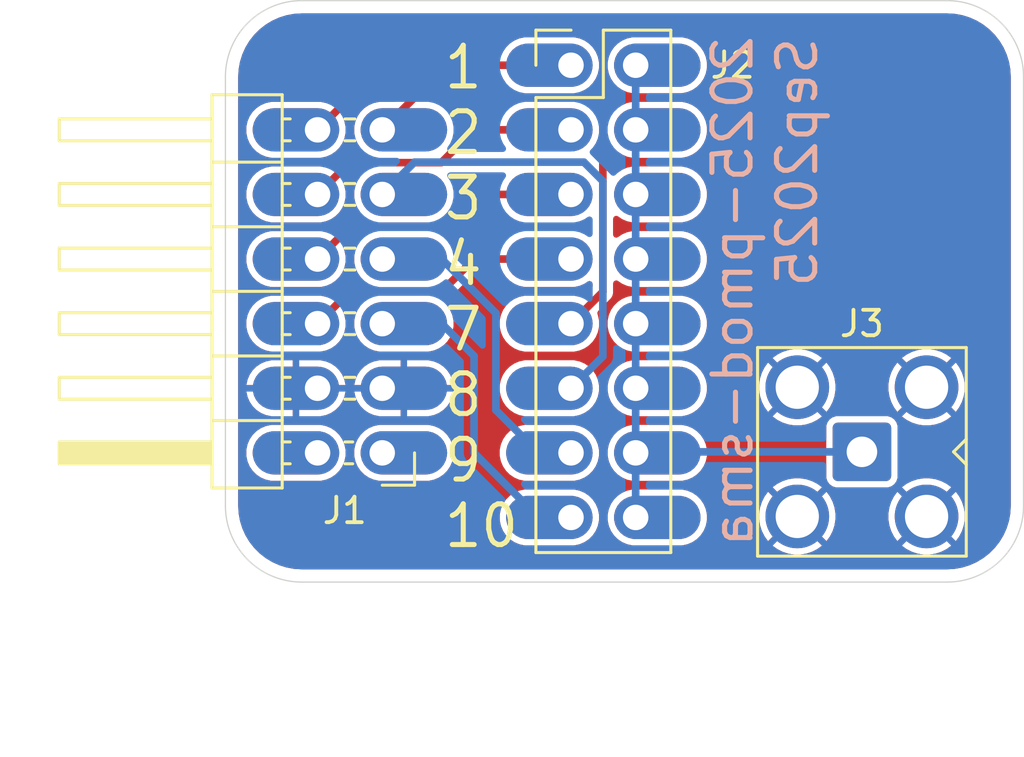
<source format=kicad_pcb>
(kicad_pcb (version 20241229) (generator "pcbnew") (generator_version "9.0")
  (title_block (company "Tom Keddie"))
  (layers (0 "F.Cu" signal) (2 "B.Cu" signal) (13 "F.Paste" user) (15 "B.Paste" user) (5 "F.SilkS" user "F.Silkscreen") (7 "B.SilkS" user "B.Silkscreen") (1 "F.Mask" user) (3 "B.Mask" user) (25 "Edge.Cuts" user))
  (net 0 "")
  (net 1 "/C")
  (net 3 "/B")
  (net 4 "/F")
  (net 5 "/E")
  (net 6 "/H")
  (net 7 "/G")
  (net 8 "/A")
  (net 9 "GND")
  (net 11 "/D")
  (net 12 "Net-(J2-Pin_10)")
  (footprint "lib:PinHeader_2x06_P2.54mm_Horizontal_Top_Bottom" (layer "F.Cu") (at 114.5025 128.27 180)
    (property "Reference" "J1" (at 1.4725 -2.27 0) (layer "F.SilkS"))
    (property "Value" "Conn_02x06_Top_Bottom")
    (fp_line (start 12.69 13.13) (end 6.69 13.13) (stroke (width 0.12)) (layer "F.SilkS"))
    (fp_line (start 12.69 12.27) (end 12.69 13.13) (stroke (width 0.12)) (layer "F.SilkS"))
    (fp_line (start 12.69 10.59) (end 6.69 10.59) (stroke (width 0.12)) (layer "F.SilkS"))
    (fp_line (start 12.69 9.73) (end 12.69 10.59) (stroke (width 0.12)) (layer "F.SilkS"))
    (fp_line (start 12.69 8.05) (end 6.69 8.05) (stroke (width 0.12)) (layer "F.SilkS"))
    (fp_line (start 12.69 7.19) (end 12.69 8.05) (stroke (width 0.12)) (layer "F.SilkS"))
    (fp_line (start 12.69 5.51) (end 6.69 5.51) (stroke (width 0.12)) (layer "F.SilkS"))
    (fp_line (start 12.69 4.65) (end 12.69 5.51) (stroke (width 0.12)) (layer "F.SilkS"))
    (fp_line (start 12.69 2.97) (end 6.69 2.97) (stroke (width 0.12)) (layer "F.SilkS"))
    (fp_line (start 12.69 2.11) (end 12.69 2.97) (stroke (width 0.12)) (layer "F.SilkS"))
    (fp_line (start 6.69 14.08) (end 6.69 -1.38) (stroke (width 0.12)) (layer "F.SilkS"))
    (fp_line (start 6.69 12.27) (end 12.69 12.27) (stroke (width 0.12)) (layer "F.SilkS"))
    (fp_line (start 6.69 9.73) (end 12.69 9.73) (stroke (width 0.12)) (layer "F.SilkS"))
    (fp_line (start 6.69 7.19) (end 12.69 7.19) (stroke (width 0.12)) (layer "F.SilkS"))
    (fp_line (start 6.69 4.65) (end 12.69 4.65) (stroke (width 0.12)) (layer "F.SilkS"))
    (fp_line (start 6.69 2.11) (end 12.69 2.11) (stroke (width 0.12)) (layer "F.SilkS"))
    (fp_line (start 6.69 -1.38) (end 3.93 -1.38) (stroke (width 0.12)) (layer "F.SilkS"))
    (fp_line (start 3.93 14.08) (end 6.69 14.08) (stroke (width 0.12)) (layer "F.SilkS"))
    (fp_line (start 3.93 11.43) (end 6.69 11.43) (stroke (width 0.12)) (layer "F.SilkS"))
    (fp_line (start 3.93 8.89) (end 6.69 8.89) (stroke (width 0.12)) (layer "F.SilkS"))
    (fp_line (start 3.93 6.35) (end 6.69 6.35) (stroke (width 0.12)) (layer "F.SilkS"))
    (fp_line (start 3.93 3.81) (end 6.69 3.81) (stroke (width 0.12)) (layer "F.SilkS"))
    (fp_line (start 3.93 1.27) (end 6.69 1.27) (stroke (width 0.12)) (layer "F.SilkS"))
    (fp_line (start 3.93 -1.38) (end 3.93 14.08) (stroke (width 0.12)) (layer "F.SilkS"))
    (fp_line (start 3.617358 13.13) (end 3.93 13.13) (stroke (width 0.12)) (layer "F.SilkS"))
    (fp_line (start 3.617358 12.27) (end 3.93 12.27) (stroke (width 0.12)) (layer "F.SilkS"))
    (fp_line (start 3.617358 10.59) (end 3.93 10.59) (stroke (width 0.12)) (layer "F.SilkS"))
    (fp_line (start 3.617358 9.73) (end 3.93 9.73) (stroke (width 0.12)) (layer "F.SilkS"))
    (fp_line (start 3.617358 8.05) (end 3.93 8.05) (stroke (width 0.12)) (layer "F.SilkS"))
    (fp_line (start 3.617358 7.19) (end 3.93 7.19) (stroke (width 0.12)) (layer "F.SilkS"))
    (fp_line (start 3.617358 5.51) (end 3.93 5.51) (stroke (width 0.12)) (layer "F.SilkS"))
    (fp_line (start 3.617358 4.65) (end 3.93 4.65) (stroke (width 0.12)) (layer "F.SilkS"))
    (fp_line (start 3.617358 2.97) (end 3.93 2.97) (stroke (width 0.12)) (layer "F.SilkS"))
    (fp_line (start 3.617358 2.11) (end 3.93 2.11) (stroke (width 0.12)) (layer "F.SilkS"))
    (fp_line (start 3.617358 0.43) (end 3.93 0.43) (stroke (width 0.12)) (layer "F.SilkS"))
    (fp_line (start 3.617358 -0.43) (end 3.93 -0.43) (stroke (width 0.12)) (layer "F.SilkS"))
    (fp_line (start 1.16 0.43) (end 1.462642 0.43) (stroke (width 0.12)) (layer "F.SilkS"))
    (fp_line (start 1.16 -0.43) (end 1.462642 -0.43) (stroke (width 0.12)) (layer "F.SilkS"))
    (fp_line (start 1.077358 13.13) (end 1.462642 13.13) (stroke (width 0.12)) (layer "F.SilkS"))
    (fp_line (start 1.077358 12.27) (end 1.462642 12.27) (stroke (width 0.12)) (layer "F.SilkS"))
    (fp_line (start 1.077358 10.59) (end 1.462642 10.59) (stroke (width 0.12)) (layer "F.SilkS"))
    (fp_line (start 1.077358 9.73) (end 1.462642 9.73) (stroke (width 0.12)) (layer "F.SilkS"))
    (fp_line (start 1.077358 8.05) (end 1.462642 8.05) (stroke (width 0.12)) (layer "F.SilkS"))
    (fp_line (start 1.077358 7.19) (end 1.462642 7.19) (stroke (width 0.12)) (layer "F.SilkS"))
    (fp_line (start 1.077358 5.51) (end 1.462642 5.51) (stroke (width 0.12)) (layer "F.SilkS"))
    (fp_line (start 1.077358 4.65) (end 1.462642 4.65) (stroke (width 0.12)) (layer "F.SilkS"))
    (fp_line (start 1.077358 2.97) (end 1.462642 2.97) (stroke (width 0.12)) (layer "F.SilkS"))
    (fp_line (start 1.077358 2.11) (end 1.462642 2.11) (stroke (width 0.12)) (layer "F.SilkS"))
    (fp_line (start -1.27 0) (end -1.27 -1.27) (stroke (width 0.12)) (layer "F.SilkS"))
    (fp_line (start -1.27 -1.27) (end 0 -1.27) (stroke (width 0.12)) (layer "F.SilkS"))
    (fp_rect (start 6.69 -0.43) (end 12.69 0.43) (stroke (width 0.12)) (fill yes) (layer "F.SilkS"))
    (pad "1" thru_hole roundrect (at 2.54 12.7 180) (size 3.4 1.7) (drill 1 (offset 0.85 0)) (layers "*.Cu" "*.Mask") (roundrect_rratio 0.5) (net 8 "/A"))
    (pad "2" thru_hole roundrect (at 2.54 10.16 180) (size 3.4 1.7) (drill 1 (offset 0.85 0)) (layers "*.Cu" "*.Mask") (roundrect_rratio 0.5) (net 3 "/B"))
    (pad "3" thru_hole roundrect (at 2.54 7.62 180) (size 3.4 1.7) (drill 1 (offset 0.85 0)) (layers "*.Cu" "*.Mask") (roundrect_rratio 0.5) (net 1 "/C"))
    (pad "4" thru_hole roundrect (at 2.54 5.08 180) (size 3.4 1.7) (drill 1 (offset 0.85 0)) (layers "*.Cu" "*.Mask") (roundrect_rratio 0.5) (net 11 "/D"))
    (pad "5" thru_hole roundrect (at 2.54 2.54 180) (size 3.4 1.7) (drill 1 (offset 0.85 0)) (layers "*.Cu" "*.Mask") (roundrect_rratio 0.5) (net 9 "GND"))
    (pad "6" thru_hole roundrect (at 2.54 0 180) (size 3.4 1.7) (drill 1 (offset 0.85 0)) (layers "*.Cu" "*.Mask") (roundrect_rratio 0.5))
    (pad "7" thru_hole roundrect (at 0 12.7 180) (size 3.4 1.7) (drill 1 (offset -0.85 0)) (layers "*.Cu" "*.Mask") (roundrect_rratio 0.5) (net 5 "/E"))
    (pad "8" thru_hole roundrect (at 0 10.16 180) (size 3.4 1.7) (drill 1 (offset -0.85 0)) (layers "*.Cu" "*.Mask") (roundrect_rratio 0.5) (net 4 "/F"))
    (pad "9" thru_hole roundrect (at 0 7.62 180) (size 3.4 1.7) (drill 1 (offset -0.85 0)) (layers "*.Cu" "*.Mask") (roundrect_rratio 0.5) (net 7 "/G"))
    (pad "10" thru_hole roundrect (at 0 5.08 180) (size 3.4 1.7) (drill 1 (offset -0.85 0)) (layers "*.Cu" "*.Mask") (roundrect_rratio 0.5) (net 6 "/H"))
    (pad "11" thru_hole roundrect (at 0 2.54 180) (size 3.4 1.7) (drill 1 (offset -0.85 0)) (layers "*.Cu" "*.Mask") (roundrect_rratio 0.5) (net 9 "GND"))
    (pad "12" thru_hole roundrect (at 0 0 180) (size 3.4 1.7) (drill 1 (offset -0.85 0)) (layers "*.Cu" "*.Mask") (roundrect_rratio 0.5))
  )
  (footprint "lib:SMA_Amphenol_901-143_Horizontal" (layer "F.Cu") (at 133.35 128.23 180)
    (property "Reference" "J3" (at 0 5.04 180) (layer "F.SilkS"))
    (property "Value" "Conn_01x02")
    (fp_line (start 4.1 -4.1) (end 4.1 4.1) (stroke (width 0.12)) (layer "F.SilkS"))
    (fp_line (start -3.6 0) (end -4.1 -0.5) (stroke (width 0.12)) (layer "F.SilkS"))
    (fp_line (start -4.1 4.1) (end 4.1 4.1) (stroke (width 0.12)) (layer "F.SilkS"))
    (fp_line (start -4.1 0.5) (end -3.6 0) (stroke (width 0.12)) (layer "F.SilkS"))
    (fp_line (start -4.1 -4.1) (end 4.1 -4.1) (stroke (width 0.12)) (layer "F.SilkS"))
    (fp_line (start -4.1 -4.1) (end -4.1 4.1) (stroke (width 0.12)) (layer "F.SilkS"))
    (pad "1" thru_hole roundrect (at 0 0 180) (size 2.3 2.3) (drill 1.2) (layers "*.Cu" "*.Mask") (roundrect_rratio 0.087) (net 12 "Net-(J2-Pin_10)"))
    (pad "2" thru_hole circle (at -2.54 -2.54 180) (size 2.5 2.5) (drill 1.7) (layers "*.Cu" "*.Mask") (net 9 "GND"))
    (pad "2" thru_hole circle (at -2.54 2.54 180) (size 2.5 2.5) (drill 1.7) (layers "*.Cu" "*.Mask") (net 9 "GND"))
    (pad "2" thru_hole circle (at 2.54 -2.54 180) (size 2.5 2.5) (drill 1.7) (layers "*.Cu" "*.Mask") (net 9 "GND"))
    (pad "2" thru_hole circle (at 2.54 2.54 180) (size 2.5 2.5) (drill 1.7) (layers "*.Cu" "*.Mask") (net 9 "GND"))
  )
  (footprint "lib:PinHeader_2x08_P2.54mm_Vertical_Top_Bottom" (layer "F.Cu") (at 121.92 113.03)
    (property "Reference" "J2" (at 6.35 0 0) (layer "F.SilkS"))
    (property "Value" "Conn_02x08_Top_Bottom")
    (fp_line (start -1.38 -1.38) (end 0 -1.38) (stroke (width 0.12)) (layer "F.SilkS"))
    (fp_line (start -1.38 0) (end -1.38 -1.38) (stroke (width 0.12)) (layer "F.SilkS"))
    (fp_line (start -1.38 1.27) (end -1.38 19.16) (stroke (width 0.12)) (layer "F.SilkS"))
    (fp_line (start -1.38 1.27) (end 1.27 1.27) (stroke (width 0.12)) (layer "F.SilkS"))
    (fp_line (start -1.38 19.16) (end 3.92 19.16) (stroke (width 0.12)) (layer "F.SilkS"))
    (fp_line (start 1.27 -1.38) (end 3.92 -1.38) (stroke (width 0.12)) (layer "F.SilkS"))
    (fp_line (start 1.27 1.27) (end 1.27 -1.38) (stroke (width 0.12)) (layer "F.SilkS"))
    (fp_line (start 3.92 -1.38) (end 3.92 19.16) (stroke (width 0.12)) (layer "F.SilkS"))
    (pad "1" thru_hole roundrect (at 0 0) (size 3.4 1.7) (drill 1 (offset -0.85 0)) (layers "*.Cu" "*.Mask") (roundrect_rratio 0.5) (net 8 "/A"))
    (pad "2" thru_hole roundrect (at 0 2.54) (size 3.4 1.7) (drill 1 (offset -0.85 0)) (layers "*.Cu" "*.Mask") (roundrect_rratio 0.5) (net 3 "/B"))
    (pad "3" thru_hole roundrect (at 0 5.08) (size 3.4 1.7) (drill 1 (offset -0.85 0)) (layers "*.Cu" "*.Mask") (roundrect_rratio 0.5) (net 1 "/C"))
    (pad "4" thru_hole roundrect (at 0 7.62) (size 3.4 1.7) (drill 1 (offset -0.85 0)) (layers "*.Cu" "*.Mask") (roundrect_rratio 0.5) (net 11 "/D"))
    (pad "5" thru_hole roundrect (at 0 10.16) (size 3.4 1.7) (drill 1 (offset -0.85 0)) (layers "*.Cu" "*.Mask") (roundrect_rratio 0.5) (net 5 "/E"))
    (pad "6" thru_hole roundrect (at 0 12.7) (size 3.4 1.7) (drill 1 (offset -0.85 0)) (layers "*.Cu" "*.Mask") (roundrect_rratio 0.5) (net 4 "/F"))
    (pad "7" thru_hole roundrect (at 0 15.24) (size 3.4 1.7) (drill 1 (offset -0.85 0)) (layers "*.Cu" "*.Mask") (roundrect_rratio 0.5) (net 7 "/G"))
    (pad "8" thru_hole roundrect (at 0 17.78) (size 3.4 1.7) (drill 1 (offset -0.85 0)) (layers "*.Cu" "*.Mask") (roundrect_rratio 0.5) (net 6 "/H"))
    (pad "9" thru_hole roundrect (at 2.54 0) (size 3.4 1.7) (drill 1 (offset 0.85 0)) (layers "*.Cu" "*.Mask") (roundrect_rratio 0.5) (net 12 "Net-(J2-Pin_10)"))
    (pad "10" thru_hole roundrect (at 2.54 2.54) (size 3.4 1.7) (drill 1 (offset 0.85 0)) (layers "*.Cu" "*.Mask") (roundrect_rratio 0.5) (net 12 "Net-(J2-Pin_10)"))
    (pad "11" thru_hole roundrect (at 2.54 5.08) (size 3.4 1.7) (drill 1 (offset 0.85 0)) (layers "*.Cu" "*.Mask") (roundrect_rratio 0.5) (net 12 "Net-(J2-Pin_10)"))
    (pad "12" thru_hole roundrect (at 2.54 7.62) (size 3.4 1.7) (drill 1 (offset 0.85 0)) (layers "*.Cu" "*.Mask") (roundrect_rratio 0.5) (net 12 "Net-(J2-Pin_10)"))
    (pad "13" thru_hole roundrect (at 2.54 10.16) (size 3.4 1.7) (drill 1 (offset 0.85 0)) (layers "*.Cu" "*.Mask") (roundrect_rratio 0.5) (net 12 "Net-(J2-Pin_10)"))
    (pad "14" thru_hole roundrect (at 2.54 12.7) (size 3.4 1.7) (drill 1 (offset 0.85 0)) (layers "*.Cu" "*.Mask") (roundrect_rratio 0.5) (net 12 "Net-(J2-Pin_10)"))
    (pad "15" thru_hole roundrect (at 2.54 15.24) (size 3.4 1.7) (drill 1 (offset 0.85 0)) (layers "*.Cu" "*.Mask") (roundrect_rratio 0.5) (net 12 "Net-(J2-Pin_10)"))
    (pad "16" thru_hole roundrect (at 2.54 17.78) (size 3.4 1.7) (drill 1 (offset 0.85 0)) (layers "*.Cu" "*.Mask") (roundrect_rratio 0.5) (net 12 "Net-(J2-Pin_10)"))
  )
  (gr_line (start 139.7 113.49) (end 139.7 130.35) (stroke (width 0.05)) (layer "Edge.Cuts"))
  (gr_arc (start 111.34132 133.35) (mid 109.22 132.47132) (end 108.34132 130.35) (stroke (width 0.05)) (layer "Edge.Cuts"))
  (gr_line (start 108.34132 130.35) (end 108.34132 113.49) (stroke (width 0.05)) (layer "Edge.Cuts"))
  (gr_arc (start 139.7 130.35) (mid 138.82132 132.47132) (end 136.7 133.35) (stroke (width 0.05)) (layer "Edge.Cuts"))
  (gr_line (start 136.7 133.35) (end 111.34132 133.35) (stroke (width 0.05)) (layer "Edge.Cuts"))
  (gr_line (start 111.34132 110.49) (end 136.7 110.49) (stroke (width 0.05)) (layer "Edge.Cuts"))
  (gr_arc (start 136.7 110.49) (mid 138.82132 111.36868) (end 139.7 113.49) (stroke (width 0.05)) (layer "Edge.Cuts"))
  (gr_arc (start 108.34132 113.49) (mid 109.22 111.36868) (end 111.34132 110.49) (stroke (width 0.05)) (layer "Edge.Cuts"))
  (gr_text "1\n2\n3\n4\n7\n8\n9\n10" (at 116.84 132.08 0) (layer "F.SilkS") (effects (font (size 1.6 1.5) (thickness 0.2)) (justify left bottom)))
  (gr_text "2025-pmod-sma" (at 128.27 121.92 90) (layer "B.SilkS") (effects (font (size 1.5 1.5) (thickness 0.2)) (justify mirror)))
  (gr_text "Sep2025" (at 130.81 116.84 90) (layer "B.SilkS") (effects (font (size 1.5 1.5) (thickness 0.2)) (justify mirror)))
  (segment (start 111.9625 120.65) (end 113.2515 119.361) (width 0.3) (layer "F.Cu") (net 1))
  (segment (start 116.859 119.361) (end 118.11 118.11) (width 0.3) (layer "F.Cu") (net 1))
  (segment (start 118.11 118.11) (end 121.92 118.11) (width 0.3) (layer "F.Cu") (net 1))
  (segment (start 113.2515 119.361) (end 116.859 119.361) (width 0.3) (layer "F.Cu") (net 1))
  (segment (start 118.11 115.57) (end 116.821 116.859) (width 0.3) (layer "F.Cu") (net 3))
  (segment (start 116.821 116.859) (end 113.2135 116.859) (width 0.3) (layer "F.Cu") (net 3))
  (segment (start 113.2135 116.859) (end 111.9625 118.11) (width 0.3) (layer "F.Cu") (net 3))
  (segment (start 121.92 115.57) (end 118.11 115.57) (width 0.3) (layer "F.Cu") (net 3))
  (segment (start 115.7725 116.84) (end 114.5025 118.11) (width 0.3) (layer "B.Cu") (net 4))
  (segment (start 121.92 125.73) (end 123.171 124.479) (width 0.3) (layer "B.Cu") (net 4))
  (segment (start 123.171 124.479) (end 123.171 117.58473) (width 0.3) (layer "B.Cu") (net 4))
  (segment (start 123.171 117.58473) (end 122.42627 116.84) (width 0.3) (layer "B.Cu") (net 4))
  (segment (start 122.42627 116.84) (end 115.7725 116.84) (width 0.3) (layer "B.Cu") (net 4))
  (segment (start 123.171 115.04473) (end 122.42627 114.3) (width 0.3) (layer "F.Cu") (net 5))
  (segment (start 122.42627 114.3) (end 115.7725 114.3) (width 0.3) (layer "F.Cu") (net 5))
  (segment (start 123.171 121.939) (end 123.171 115.04473) (width 0.3) (layer "F.Cu") (net 5))
  (segment (start 115.7725 114.3) (end 114.5025 115.57) (width 0.3) (layer "F.Cu") (net 5))
  (segment (start 121.92 123.19) (end 123.171 121.939) (width 0.3) (layer "F.Cu") (net 5))
  (segment (start 116.840001 123.190001) (end 114.5025 123.190001) (width 0.3) (layer "B.Cu") (net 6))
  (segment (start 121.92 130.81) (end 120.65 130.81) (width 0.3) (layer "B.Cu") (net 6))
  (segment (start 120.65 130.81) (end 118.11 128.27) (width 0.3) (layer "B.Cu") (net 6))
  (segment (start 118.11 128.27) (end 118.11 124.46) (width 0.3) (layer "B.Cu") (net 6))
  (segment (start 118.11 124.46) (end 116.840001 123.190001) (width 0.3) (layer "B.Cu") (net 6))
  (segment (start 118.969 126.589) (end 120.65 128.27) (width 0.3) (layer "B.Cu") (net 7))
  (segment (start 118.969 122.779) (end 118.969 126.589) (width 0.3) (layer "B.Cu") (net 7))
  (segment (start 120.65 128.27) (end 121.92 128.27) (width 0.3) (layer "B.Cu") (net 7))
  (segment (start 114.5025 120.65) (end 116.84 120.65) (width 0.3) (layer "B.Cu") (net 7))
  (segment (start 116.84 120.65) (end 118.969 122.779) (width 0.3) (layer "B.Cu") (net 7))
  (segment (start 111.9625 115.57) (end 114.5025 113.03) (width 0.3) (layer "F.Cu") (net 8))
  (segment (start 114.5025 113.03) (end 121.92 113.03) (width 0.3) (layer "F.Cu") (net 8))
  (segment (start 116.820999 121.939001) (end 113.213499 121.939001) (width 0.3) (layer "F.Cu") (net 11))
  (segment (start 118.11 120.65) (end 116.820999 121.939001) (width 0.3) (layer "F.Cu") (net 11))
  (segment (start 121.92 120.65) (end 118.11 120.65) (width 0.3) (layer "F.Cu") (net 11))
  (segment (start 113.213499 121.939001) (end 111.9625 123.19) (width 0.3) (layer "F.Cu") (net 11))
  (segment (start 124.46 128.27) (end 125.73 128.27) (width 0.3) (layer "B.Cu") (net 12))
  (segment (start 125.77 128.23) (end 133.35 128.23) (width 0.3) (layer "B.Cu") (net 12))
  (segment (start 124.46 113.03) (end 124.46 130.81) (width 0.3) (layer "B.Cu") (net 12))
  (segment (start 125.73 128.27) (end 125.77 128.23) (width 0.3) (layer "B.Cu") (net 12))
  (zone (net 9) (net_name "GND") (layers "F.Cu" "B.Cu") (connect_pads (clearance 0.25)) (min_thickness 0.25) (fill yes (thermal_gap 0.25) (thermal_bridge_width 0.25))
    (polygon (pts (xy 107.95 110.49) (xy 139.7 110.49) (xy 139.7 133.35) (xy 107.95 133.35)))
  )
)
</source>
